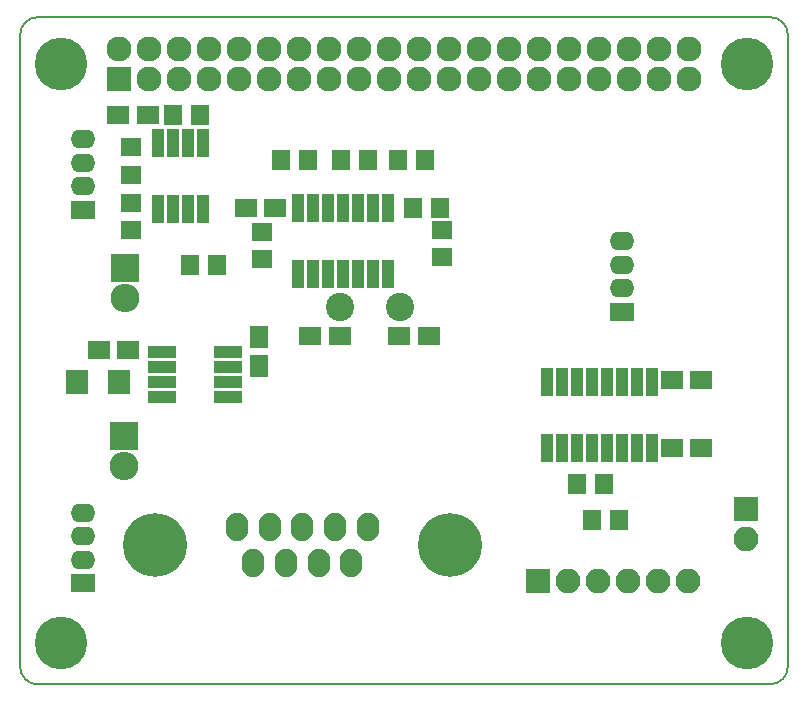
<source format=gts>
G04 #@! TF.FileFunction,Soldermask,Top*
%FSLAX46Y46*%
G04 Gerber Fmt 4.6, Leading zero omitted, Abs format (unit mm)*
G04 Created by KiCad (PCBNEW 4.0.2+dfsg1-stable) date Mi 10 Jan 2018 14:32:24 CET*
%MOMM*%
G01*
G04 APERTURE LIST*
%ADD10C,0.100000*%
%ADD11C,0.150000*%
%ADD12C,2.398980*%
%ADD13R,2.099260X1.598880*%
%ADD14O,2.099260X1.598880*%
%ADD15R,2.127200X2.127200*%
%ADD16O,2.127200X2.127200*%
%ADD17C,4.464000*%
%ADD18R,1.900000X1.650000*%
%ADD19R,1.650000X1.900000*%
%ADD20R,1.700000X1.600000*%
%ADD21R,1.600000X1.700000*%
%ADD22R,0.999440X2.398980*%
%ADD23R,2.398980X0.999440*%
%ADD24R,2.432000X2.432000*%
%ADD25O,2.432000X2.432000*%
%ADD26R,2.100000X2.100000*%
%ADD27O,2.100000X2.100000*%
%ADD28R,1.500000X1.700000*%
%ADD29R,1.900000X2.100000*%
%ADD30R,1.700000X1.500000*%
%ADD31C,5.401260*%
%ADD32O,1.901140X2.398980*%
G04 APERTURE END LIST*
D10*
D11*
X129500000Y-71500000D02*
X191500000Y-71500000D01*
X128000000Y-126500000D02*
X128000000Y-73000000D01*
X191500000Y-128000000D02*
X129500000Y-128000000D01*
X193000000Y-73000000D02*
X193000000Y-126500000D01*
X129500000Y-71500000D02*
G75*
G03X128000000Y-73000000I0J-1500000D01*
G01*
X128000000Y-126500000D02*
G75*
G03X129500000Y-128000000I1500000J0D01*
G01*
X191500000Y-128000000D02*
G75*
G03X193000000Y-126500000I0J1500000D01*
G01*
X193000000Y-73000000D02*
G75*
G03X191500000Y-71500000I-1500000J0D01*
G01*
D12*
X155041600Y-96012000D03*
X160121600Y-96012000D03*
D13*
X133350000Y-87835740D03*
D14*
X133350000Y-85836760D03*
X133350000Y-83835240D03*
X133350000Y-81836260D03*
D15*
X136372600Y-76758800D03*
D16*
X136372600Y-74218800D03*
X138912600Y-76758800D03*
X138912600Y-74218800D03*
X141452600Y-76758800D03*
X141452600Y-74218800D03*
X143992600Y-76758800D03*
X143992600Y-74218800D03*
X146532600Y-76758800D03*
X146532600Y-74218800D03*
X149072600Y-76758800D03*
X149072600Y-74218800D03*
X151612600Y-76758800D03*
X151612600Y-74218800D03*
X154152600Y-76758800D03*
X154152600Y-74218800D03*
X156692600Y-76758800D03*
X156692600Y-74218800D03*
X159232600Y-76758800D03*
X159232600Y-74218800D03*
X161772600Y-76758800D03*
X161772600Y-74218800D03*
X164312600Y-76758800D03*
X164312600Y-74218800D03*
X166852600Y-76758800D03*
X166852600Y-74218800D03*
X169392600Y-76758800D03*
X169392600Y-74218800D03*
X171932600Y-76758800D03*
X171932600Y-74218800D03*
X174472600Y-76758800D03*
X174472600Y-74218800D03*
X177012600Y-76758800D03*
X177012600Y-74218800D03*
X179552600Y-76758800D03*
X179552600Y-74218800D03*
X182092600Y-76758800D03*
X182092600Y-74218800D03*
X184632600Y-76758800D03*
X184632600Y-74218800D03*
D17*
X189500000Y-75500000D03*
X131500000Y-75500000D03*
X189500000Y-124500000D03*
X131500000Y-124500000D03*
D18*
X155072400Y-98475800D03*
X152572400Y-98475800D03*
X160116200Y-98526600D03*
X162616200Y-98526600D03*
X137140000Y-99695000D03*
X134640000Y-99695000D03*
D19*
X148209000Y-101072000D03*
X148209000Y-98572000D03*
D20*
X148463000Y-89662000D03*
X148463000Y-91962000D03*
D21*
X150100000Y-83566000D03*
X152400000Y-83566000D03*
D20*
X163703000Y-91835000D03*
X163703000Y-89535000D03*
D21*
X155180000Y-83566000D03*
X157480000Y-83566000D03*
D22*
X139700000Y-87757000D03*
X140970000Y-87757000D03*
X142240000Y-87757000D03*
X143510000Y-87757000D03*
X143510000Y-82169000D03*
X142240000Y-82169000D03*
X140970000Y-82169000D03*
X139700000Y-82169000D03*
D23*
X145592800Y-103657400D03*
X145592800Y-102387400D03*
X145592800Y-101117400D03*
X145592800Y-99847400D03*
X140004800Y-99847400D03*
X140004800Y-101117400D03*
X140004800Y-102387400D03*
X140004800Y-103657400D03*
D22*
X151485600Y-93268800D03*
X152755600Y-93268800D03*
X154025600Y-93268800D03*
X155295600Y-93268800D03*
X156565600Y-93268800D03*
X157835600Y-93268800D03*
X159105600Y-93268800D03*
X159105600Y-87680800D03*
X157835600Y-87680800D03*
X156565600Y-87680800D03*
X155295600Y-87680800D03*
X154025600Y-87680800D03*
X152755600Y-87680800D03*
X151485600Y-87680800D03*
D18*
X149586000Y-87630000D03*
X147086000Y-87630000D03*
D24*
X136779000Y-106934000D03*
D25*
X136779000Y-109474000D03*
D24*
X136906000Y-92710000D03*
D25*
X136906000Y-95250000D03*
D18*
X183154000Y-102235000D03*
X185654000Y-102235000D03*
X183154000Y-107950000D03*
X185654000Y-107950000D03*
D26*
X171831000Y-119253000D03*
D27*
X174371000Y-119253000D03*
X176911000Y-119253000D03*
X179451000Y-119253000D03*
X181991000Y-119253000D03*
X184531000Y-119253000D03*
D13*
X133350000Y-119458740D03*
D14*
X133350000Y-117459760D03*
X133350000Y-115458240D03*
X133350000Y-113459260D03*
D13*
X178943000Y-96471740D03*
D14*
X178943000Y-94472760D03*
X178943000Y-92471240D03*
X178943000Y-90472260D03*
D28*
X160006000Y-83566000D03*
D21*
X162306000Y-83566000D03*
D29*
X132798000Y-102362000D03*
X136398000Y-102362000D03*
D28*
X176396000Y-114046000D03*
D21*
X178696000Y-114046000D03*
D28*
X175126000Y-110998000D03*
D21*
X177426000Y-110998000D03*
D28*
X140963000Y-79756000D03*
D21*
X143263000Y-79756000D03*
D30*
X137414000Y-87242000D03*
D20*
X137414000Y-89542000D03*
D28*
X142360000Y-92456000D03*
D21*
X144660000Y-92456000D03*
D30*
X137414000Y-82543000D03*
D20*
X137414000Y-84843000D03*
D22*
X181483000Y-102362000D03*
X180213000Y-102362000D03*
X178943000Y-102362000D03*
X177673000Y-102362000D03*
X176403000Y-102362000D03*
X175133000Y-102362000D03*
X173863000Y-102362000D03*
X172593000Y-102362000D03*
X172593000Y-107950000D03*
X173863000Y-107950000D03*
X175133000Y-107950000D03*
X176403000Y-107950000D03*
X177673000Y-107950000D03*
X178943000Y-107950000D03*
X180213000Y-107950000D03*
X181483000Y-107950000D03*
D28*
X163583000Y-87630000D03*
D21*
X161283000Y-87630000D03*
D18*
X138791000Y-79756000D03*
X136291000Y-79756000D03*
D26*
X189484000Y-113157000D03*
D27*
X189484000Y-115697000D03*
D31*
X164386260Y-116205000D03*
D32*
X151892000Y-114686080D03*
X154663140Y-114686080D03*
X157431740Y-114686080D03*
X149120860Y-114686080D03*
X146352260Y-114686080D03*
X147736560Y-117723920D03*
X150507700Y-117723920D03*
X153276300Y-117723920D03*
X156047440Y-117723920D03*
D31*
X139397740Y-116205000D03*
M02*

</source>
